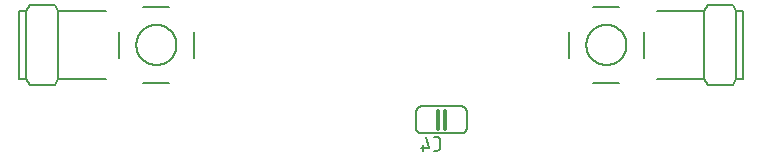
<source format=gbr>
G04 EAGLE Gerber RS-274X export*
G75*
%MOMM*%
%FSLAX34Y34*%
%LPD*%
%INSilkscreen Bottom*%
%IPPOS*%
%AMOC8*
5,1,8,0,0,1.08239X$1,22.5*%
G01*
%ADD10C,0.203200*%
%ADD11C,0.152400*%
%ADD12C,0.304800*%
%ADD13C,0.127000*%


D10*
X458900Y882400D02*
X480900Y882400D01*
X501900Y903400D02*
X501900Y925400D01*
X480900Y946400D02*
X458900Y946400D01*
X437900Y925400D02*
X437900Y903400D01*
X512900Y885400D02*
X552900Y885400D01*
X555900Y880400D01*
X576900Y880400D02*
X579900Y885400D01*
X585900Y885400D01*
X585900Y943400D01*
X576900Y880400D02*
X555900Y880400D01*
X552900Y943400D02*
X512900Y943400D01*
X552900Y943400D02*
X555900Y948400D01*
X576900Y948400D02*
X579900Y943400D01*
X585900Y943400D01*
X576900Y948400D02*
X555900Y948400D01*
X579900Y943400D02*
X579900Y885400D01*
X552900Y885400D02*
X552900Y943400D01*
X452900Y914400D02*
X452905Y914817D01*
X452920Y915234D01*
X452946Y915651D01*
X452982Y916066D01*
X453028Y916481D01*
X453084Y916894D01*
X453150Y917306D01*
X453227Y917717D01*
X453313Y918125D01*
X453409Y918531D01*
X453516Y918934D01*
X453632Y919335D01*
X453758Y919733D01*
X453894Y920127D01*
X454039Y920518D01*
X454194Y920906D01*
X454358Y921289D01*
X454532Y921668D01*
X454715Y922043D01*
X454907Y922414D01*
X455109Y922779D01*
X455319Y923140D01*
X455537Y923495D01*
X455765Y923845D01*
X456001Y924189D01*
X456245Y924527D01*
X456498Y924859D01*
X456759Y925185D01*
X457027Y925504D01*
X457304Y925817D01*
X457588Y926122D01*
X457879Y926421D01*
X458178Y926712D01*
X458483Y926996D01*
X458796Y927273D01*
X459115Y927541D01*
X459441Y927802D01*
X459773Y928055D01*
X460111Y928299D01*
X460455Y928535D01*
X460805Y928763D01*
X461160Y928981D01*
X461521Y929191D01*
X461886Y929393D01*
X462257Y929585D01*
X462632Y929768D01*
X463011Y929942D01*
X463394Y930106D01*
X463782Y930261D01*
X464173Y930406D01*
X464567Y930542D01*
X464965Y930668D01*
X465366Y930784D01*
X465769Y930891D01*
X466175Y930987D01*
X466583Y931073D01*
X466994Y931150D01*
X467406Y931216D01*
X467819Y931272D01*
X468234Y931318D01*
X468649Y931354D01*
X469066Y931380D01*
X469483Y931395D01*
X469900Y931400D01*
X470317Y931395D01*
X470734Y931380D01*
X471151Y931354D01*
X471566Y931318D01*
X471981Y931272D01*
X472394Y931216D01*
X472806Y931150D01*
X473217Y931073D01*
X473625Y930987D01*
X474031Y930891D01*
X474434Y930784D01*
X474835Y930668D01*
X475233Y930542D01*
X475627Y930406D01*
X476018Y930261D01*
X476406Y930106D01*
X476789Y929942D01*
X477168Y929768D01*
X477543Y929585D01*
X477914Y929393D01*
X478279Y929191D01*
X478640Y928981D01*
X478995Y928763D01*
X479345Y928535D01*
X479689Y928299D01*
X480027Y928055D01*
X480359Y927802D01*
X480685Y927541D01*
X481004Y927273D01*
X481317Y926996D01*
X481622Y926712D01*
X481921Y926421D01*
X482212Y926122D01*
X482496Y925817D01*
X482773Y925504D01*
X483041Y925185D01*
X483302Y924859D01*
X483555Y924527D01*
X483799Y924189D01*
X484035Y923845D01*
X484263Y923495D01*
X484481Y923140D01*
X484691Y922779D01*
X484893Y922414D01*
X485085Y922043D01*
X485268Y921668D01*
X485442Y921289D01*
X485606Y920906D01*
X485761Y920518D01*
X485906Y920127D01*
X486042Y919733D01*
X486168Y919335D01*
X486284Y918934D01*
X486391Y918531D01*
X486487Y918125D01*
X486573Y917717D01*
X486650Y917306D01*
X486716Y916894D01*
X486772Y916481D01*
X486818Y916066D01*
X486854Y915651D01*
X486880Y915234D01*
X486895Y914817D01*
X486900Y914400D01*
X486895Y913983D01*
X486880Y913566D01*
X486854Y913149D01*
X486818Y912734D01*
X486772Y912319D01*
X486716Y911906D01*
X486650Y911494D01*
X486573Y911083D01*
X486487Y910675D01*
X486391Y910269D01*
X486284Y909866D01*
X486168Y909465D01*
X486042Y909067D01*
X485906Y908673D01*
X485761Y908282D01*
X485606Y907894D01*
X485442Y907511D01*
X485268Y907132D01*
X485085Y906757D01*
X484893Y906386D01*
X484691Y906021D01*
X484481Y905660D01*
X484263Y905305D01*
X484035Y904955D01*
X483799Y904611D01*
X483555Y904273D01*
X483302Y903941D01*
X483041Y903615D01*
X482773Y903296D01*
X482496Y902983D01*
X482212Y902678D01*
X481921Y902379D01*
X481622Y902088D01*
X481317Y901804D01*
X481004Y901527D01*
X480685Y901259D01*
X480359Y900998D01*
X480027Y900745D01*
X479689Y900501D01*
X479345Y900265D01*
X478995Y900037D01*
X478640Y899819D01*
X478279Y899609D01*
X477914Y899407D01*
X477543Y899215D01*
X477168Y899032D01*
X476789Y898858D01*
X476406Y898694D01*
X476018Y898539D01*
X475627Y898394D01*
X475233Y898258D01*
X474835Y898132D01*
X474434Y898016D01*
X474031Y897909D01*
X473625Y897813D01*
X473217Y897727D01*
X472806Y897650D01*
X472394Y897584D01*
X471981Y897528D01*
X471566Y897482D01*
X471151Y897446D01*
X470734Y897420D01*
X470317Y897405D01*
X469900Y897400D01*
X469483Y897405D01*
X469066Y897420D01*
X468649Y897446D01*
X468234Y897482D01*
X467819Y897528D01*
X467406Y897584D01*
X466994Y897650D01*
X466583Y897727D01*
X466175Y897813D01*
X465769Y897909D01*
X465366Y898016D01*
X464965Y898132D01*
X464567Y898258D01*
X464173Y898394D01*
X463782Y898539D01*
X463394Y898694D01*
X463011Y898858D01*
X462632Y899032D01*
X462257Y899215D01*
X461886Y899407D01*
X461521Y899609D01*
X461160Y899819D01*
X460805Y900037D01*
X460455Y900265D01*
X460111Y900501D01*
X459773Y900745D01*
X459441Y900998D01*
X459115Y901259D01*
X458796Y901527D01*
X458483Y901804D01*
X458178Y902088D01*
X457879Y902379D01*
X457588Y902678D01*
X457304Y902983D01*
X457027Y903296D01*
X456759Y903615D01*
X456498Y903941D01*
X456245Y904273D01*
X456001Y904611D01*
X455765Y904955D01*
X455537Y905305D01*
X455319Y905660D01*
X455109Y906021D01*
X454907Y906386D01*
X454715Y906757D01*
X454532Y907132D01*
X454358Y907511D01*
X454194Y907894D01*
X454039Y908282D01*
X453894Y908673D01*
X453758Y909067D01*
X453632Y909465D01*
X453516Y909866D01*
X453409Y910269D01*
X453313Y910675D01*
X453227Y911083D01*
X453150Y911494D01*
X453084Y911906D01*
X453028Y912319D01*
X452982Y912734D01*
X452946Y913149D01*
X452920Y913566D01*
X452905Y913983D01*
X452900Y914400D01*
X99900Y946400D02*
X77900Y946400D01*
X56900Y925400D02*
X56900Y903400D01*
X77900Y882400D02*
X99900Y882400D01*
X120900Y903400D02*
X120900Y925400D01*
X45900Y943400D02*
X5900Y943400D01*
X2900Y948400D01*
X-18100Y948400D02*
X-21100Y943400D01*
X-27100Y943400D01*
X-27100Y885400D01*
X-18100Y948400D02*
X2900Y948400D01*
X5900Y885400D02*
X45900Y885400D01*
X5900Y885400D02*
X2900Y880400D01*
X-18100Y880400D02*
X-21100Y885400D01*
X-27100Y885400D01*
X-18100Y880400D02*
X2900Y880400D01*
X-21100Y885400D02*
X-21100Y943400D01*
X5900Y943400D02*
X5900Y885400D01*
X71900Y914400D02*
X71905Y914817D01*
X71920Y915234D01*
X71946Y915651D01*
X71982Y916066D01*
X72028Y916481D01*
X72084Y916894D01*
X72150Y917306D01*
X72227Y917717D01*
X72313Y918125D01*
X72409Y918531D01*
X72516Y918934D01*
X72632Y919335D01*
X72758Y919733D01*
X72894Y920127D01*
X73039Y920518D01*
X73194Y920906D01*
X73358Y921289D01*
X73532Y921668D01*
X73715Y922043D01*
X73907Y922414D01*
X74109Y922779D01*
X74319Y923140D01*
X74537Y923495D01*
X74765Y923845D01*
X75001Y924189D01*
X75245Y924527D01*
X75498Y924859D01*
X75759Y925185D01*
X76027Y925504D01*
X76304Y925817D01*
X76588Y926122D01*
X76879Y926421D01*
X77178Y926712D01*
X77483Y926996D01*
X77796Y927273D01*
X78115Y927541D01*
X78441Y927802D01*
X78773Y928055D01*
X79111Y928299D01*
X79455Y928535D01*
X79805Y928763D01*
X80160Y928981D01*
X80521Y929191D01*
X80886Y929393D01*
X81257Y929585D01*
X81632Y929768D01*
X82011Y929942D01*
X82394Y930106D01*
X82782Y930261D01*
X83173Y930406D01*
X83567Y930542D01*
X83965Y930668D01*
X84366Y930784D01*
X84769Y930891D01*
X85175Y930987D01*
X85583Y931073D01*
X85994Y931150D01*
X86406Y931216D01*
X86819Y931272D01*
X87234Y931318D01*
X87649Y931354D01*
X88066Y931380D01*
X88483Y931395D01*
X88900Y931400D01*
X89317Y931395D01*
X89734Y931380D01*
X90151Y931354D01*
X90566Y931318D01*
X90981Y931272D01*
X91394Y931216D01*
X91806Y931150D01*
X92217Y931073D01*
X92625Y930987D01*
X93031Y930891D01*
X93434Y930784D01*
X93835Y930668D01*
X94233Y930542D01*
X94627Y930406D01*
X95018Y930261D01*
X95406Y930106D01*
X95789Y929942D01*
X96168Y929768D01*
X96543Y929585D01*
X96914Y929393D01*
X97279Y929191D01*
X97640Y928981D01*
X97995Y928763D01*
X98345Y928535D01*
X98689Y928299D01*
X99027Y928055D01*
X99359Y927802D01*
X99685Y927541D01*
X100004Y927273D01*
X100317Y926996D01*
X100622Y926712D01*
X100921Y926421D01*
X101212Y926122D01*
X101496Y925817D01*
X101773Y925504D01*
X102041Y925185D01*
X102302Y924859D01*
X102555Y924527D01*
X102799Y924189D01*
X103035Y923845D01*
X103263Y923495D01*
X103481Y923140D01*
X103691Y922779D01*
X103893Y922414D01*
X104085Y922043D01*
X104268Y921668D01*
X104442Y921289D01*
X104606Y920906D01*
X104761Y920518D01*
X104906Y920127D01*
X105042Y919733D01*
X105168Y919335D01*
X105284Y918934D01*
X105391Y918531D01*
X105487Y918125D01*
X105573Y917717D01*
X105650Y917306D01*
X105716Y916894D01*
X105772Y916481D01*
X105818Y916066D01*
X105854Y915651D01*
X105880Y915234D01*
X105895Y914817D01*
X105900Y914400D01*
X105895Y913983D01*
X105880Y913566D01*
X105854Y913149D01*
X105818Y912734D01*
X105772Y912319D01*
X105716Y911906D01*
X105650Y911494D01*
X105573Y911083D01*
X105487Y910675D01*
X105391Y910269D01*
X105284Y909866D01*
X105168Y909465D01*
X105042Y909067D01*
X104906Y908673D01*
X104761Y908282D01*
X104606Y907894D01*
X104442Y907511D01*
X104268Y907132D01*
X104085Y906757D01*
X103893Y906386D01*
X103691Y906021D01*
X103481Y905660D01*
X103263Y905305D01*
X103035Y904955D01*
X102799Y904611D01*
X102555Y904273D01*
X102302Y903941D01*
X102041Y903615D01*
X101773Y903296D01*
X101496Y902983D01*
X101212Y902678D01*
X100921Y902379D01*
X100622Y902088D01*
X100317Y901804D01*
X100004Y901527D01*
X99685Y901259D01*
X99359Y900998D01*
X99027Y900745D01*
X98689Y900501D01*
X98345Y900265D01*
X97995Y900037D01*
X97640Y899819D01*
X97279Y899609D01*
X96914Y899407D01*
X96543Y899215D01*
X96168Y899032D01*
X95789Y898858D01*
X95406Y898694D01*
X95018Y898539D01*
X94627Y898394D01*
X94233Y898258D01*
X93835Y898132D01*
X93434Y898016D01*
X93031Y897909D01*
X92625Y897813D01*
X92217Y897727D01*
X91806Y897650D01*
X91394Y897584D01*
X90981Y897528D01*
X90566Y897482D01*
X90151Y897446D01*
X89734Y897420D01*
X89317Y897405D01*
X88900Y897400D01*
X88483Y897405D01*
X88066Y897420D01*
X87649Y897446D01*
X87234Y897482D01*
X86819Y897528D01*
X86406Y897584D01*
X85994Y897650D01*
X85583Y897727D01*
X85175Y897813D01*
X84769Y897909D01*
X84366Y898016D01*
X83965Y898132D01*
X83567Y898258D01*
X83173Y898394D01*
X82782Y898539D01*
X82394Y898694D01*
X82011Y898858D01*
X81632Y899032D01*
X81257Y899215D01*
X80886Y899407D01*
X80521Y899609D01*
X80160Y899819D01*
X79805Y900037D01*
X79455Y900265D01*
X79111Y900501D01*
X78773Y900745D01*
X78441Y900998D01*
X78115Y901259D01*
X77796Y901527D01*
X77483Y901804D01*
X77178Y902088D01*
X76879Y902379D01*
X76588Y902678D01*
X76304Y902983D01*
X76027Y903296D01*
X75759Y903615D01*
X75498Y903941D01*
X75245Y904273D01*
X75001Y904611D01*
X74765Y904955D01*
X74537Y905305D01*
X74319Y905660D01*
X74109Y906021D01*
X73907Y906386D01*
X73715Y906757D01*
X73532Y907132D01*
X73358Y907511D01*
X73194Y907894D01*
X73039Y908282D01*
X72894Y908673D01*
X72758Y909067D01*
X72632Y909465D01*
X72516Y909866D01*
X72409Y910269D01*
X72313Y910675D01*
X72227Y911083D01*
X72150Y911494D01*
X72084Y911906D01*
X72028Y912319D01*
X71982Y912734D01*
X71946Y913149D01*
X71920Y913566D01*
X71905Y913983D01*
X71900Y914400D01*
D11*
X308610Y857250D02*
X308610Y844550D01*
X308612Y844410D01*
X308618Y844270D01*
X308627Y844130D01*
X308641Y843991D01*
X308658Y843852D01*
X308679Y843714D01*
X308704Y843576D01*
X308733Y843439D01*
X308765Y843303D01*
X308802Y843168D01*
X308842Y843034D01*
X308885Y842901D01*
X308933Y842769D01*
X308983Y842638D01*
X309038Y842509D01*
X309096Y842382D01*
X309157Y842256D01*
X309222Y842132D01*
X309291Y842010D01*
X309362Y841890D01*
X309437Y841772D01*
X309515Y841655D01*
X309597Y841541D01*
X309681Y841430D01*
X309769Y841321D01*
X309859Y841214D01*
X309953Y841109D01*
X310049Y841008D01*
X310148Y840909D01*
X310249Y840813D01*
X310354Y840719D01*
X310461Y840629D01*
X310570Y840541D01*
X310681Y840457D01*
X310795Y840375D01*
X310912Y840297D01*
X311030Y840222D01*
X311150Y840151D01*
X311272Y840082D01*
X311396Y840017D01*
X311522Y839956D01*
X311649Y839898D01*
X311778Y839843D01*
X311909Y839793D01*
X312041Y839745D01*
X312174Y839702D01*
X312308Y839662D01*
X312443Y839625D01*
X312579Y839593D01*
X312716Y839564D01*
X312854Y839539D01*
X312992Y839518D01*
X313131Y839501D01*
X313270Y839487D01*
X313410Y839478D01*
X313550Y839472D01*
X313690Y839470D01*
X308610Y857250D02*
X308612Y857390D01*
X308618Y857530D01*
X308627Y857670D01*
X308641Y857809D01*
X308658Y857948D01*
X308679Y858086D01*
X308704Y858224D01*
X308733Y858361D01*
X308765Y858497D01*
X308802Y858632D01*
X308842Y858766D01*
X308885Y858899D01*
X308933Y859031D01*
X308983Y859162D01*
X309038Y859291D01*
X309096Y859418D01*
X309157Y859544D01*
X309222Y859668D01*
X309291Y859790D01*
X309362Y859910D01*
X309437Y860028D01*
X309515Y860145D01*
X309597Y860259D01*
X309681Y860370D01*
X309769Y860479D01*
X309859Y860586D01*
X309953Y860691D01*
X310049Y860792D01*
X310148Y860891D01*
X310249Y860987D01*
X310354Y861081D01*
X310461Y861171D01*
X310570Y861259D01*
X310681Y861343D01*
X310795Y861425D01*
X310912Y861503D01*
X311030Y861578D01*
X311150Y861649D01*
X311272Y861718D01*
X311396Y861783D01*
X311522Y861844D01*
X311649Y861902D01*
X311778Y861957D01*
X311909Y862007D01*
X312041Y862055D01*
X312174Y862098D01*
X312308Y862138D01*
X312443Y862175D01*
X312579Y862207D01*
X312716Y862236D01*
X312854Y862261D01*
X312992Y862282D01*
X313131Y862299D01*
X313270Y862313D01*
X313410Y862322D01*
X313550Y862328D01*
X313690Y862330D01*
X313690Y839470D02*
X346710Y839470D01*
X351790Y844550D02*
X351790Y857250D01*
X346710Y862330D02*
X313690Y862330D01*
X346710Y839470D02*
X346850Y839472D01*
X346990Y839478D01*
X347130Y839487D01*
X347269Y839501D01*
X347408Y839518D01*
X347546Y839539D01*
X347684Y839564D01*
X347821Y839593D01*
X347957Y839625D01*
X348092Y839662D01*
X348226Y839702D01*
X348359Y839745D01*
X348491Y839793D01*
X348622Y839843D01*
X348751Y839898D01*
X348878Y839956D01*
X349004Y840017D01*
X349128Y840082D01*
X349250Y840151D01*
X349370Y840222D01*
X349488Y840297D01*
X349605Y840375D01*
X349719Y840457D01*
X349830Y840541D01*
X349939Y840629D01*
X350046Y840719D01*
X350151Y840813D01*
X350252Y840909D01*
X350351Y841008D01*
X350447Y841109D01*
X350541Y841214D01*
X350631Y841321D01*
X350719Y841430D01*
X350803Y841541D01*
X350885Y841655D01*
X350963Y841772D01*
X351038Y841890D01*
X351109Y842010D01*
X351178Y842132D01*
X351243Y842256D01*
X351304Y842382D01*
X351362Y842509D01*
X351417Y842638D01*
X351467Y842769D01*
X351515Y842901D01*
X351558Y843034D01*
X351598Y843168D01*
X351635Y843303D01*
X351667Y843439D01*
X351696Y843576D01*
X351721Y843714D01*
X351742Y843852D01*
X351759Y843991D01*
X351773Y844130D01*
X351782Y844270D01*
X351788Y844410D01*
X351790Y844550D01*
X351790Y857250D02*
X351788Y857390D01*
X351782Y857530D01*
X351773Y857670D01*
X351759Y857809D01*
X351742Y857948D01*
X351721Y858086D01*
X351696Y858224D01*
X351667Y858361D01*
X351635Y858497D01*
X351598Y858632D01*
X351558Y858766D01*
X351515Y858899D01*
X351467Y859031D01*
X351417Y859162D01*
X351362Y859291D01*
X351304Y859418D01*
X351243Y859544D01*
X351178Y859668D01*
X351109Y859790D01*
X351038Y859910D01*
X350963Y860028D01*
X350885Y860145D01*
X350803Y860259D01*
X350719Y860370D01*
X350631Y860479D01*
X350541Y860586D01*
X350447Y860691D01*
X350351Y860792D01*
X350252Y860891D01*
X350151Y860987D01*
X350046Y861081D01*
X349939Y861171D01*
X349830Y861259D01*
X349719Y861343D01*
X349605Y861425D01*
X349488Y861503D01*
X349370Y861578D01*
X349250Y861649D01*
X349128Y861718D01*
X349004Y861783D01*
X348878Y861844D01*
X348751Y861902D01*
X348622Y861957D01*
X348491Y862007D01*
X348359Y862055D01*
X348226Y862098D01*
X348092Y862138D01*
X347957Y862175D01*
X347821Y862207D01*
X347684Y862236D01*
X347546Y862261D01*
X347408Y862282D01*
X347269Y862299D01*
X347130Y862313D01*
X346990Y862322D01*
X346850Y862328D01*
X346710Y862330D01*
D12*
X327152Y858520D02*
X327152Y843280D01*
X333502Y843280D02*
X333502Y858520D01*
D13*
X326427Y824865D02*
X323887Y824865D01*
X326427Y824865D02*
X326527Y824867D01*
X326626Y824873D01*
X326726Y824883D01*
X326824Y824896D01*
X326923Y824914D01*
X327020Y824935D01*
X327116Y824960D01*
X327212Y824989D01*
X327306Y825022D01*
X327399Y825058D01*
X327490Y825098D01*
X327580Y825142D01*
X327668Y825189D01*
X327754Y825239D01*
X327838Y825293D01*
X327920Y825350D01*
X327999Y825410D01*
X328077Y825474D01*
X328151Y825540D01*
X328223Y825609D01*
X328292Y825681D01*
X328358Y825755D01*
X328422Y825833D01*
X328482Y825912D01*
X328539Y825994D01*
X328593Y826078D01*
X328643Y826164D01*
X328690Y826252D01*
X328734Y826342D01*
X328774Y826433D01*
X328810Y826526D01*
X328843Y826620D01*
X328872Y826716D01*
X328897Y826812D01*
X328918Y826909D01*
X328936Y827008D01*
X328949Y827106D01*
X328959Y827206D01*
X328965Y827305D01*
X328967Y827405D01*
X328967Y833755D01*
X328965Y833855D01*
X328959Y833954D01*
X328949Y834054D01*
X328936Y834152D01*
X328918Y834251D01*
X328897Y834348D01*
X328872Y834444D01*
X328843Y834540D01*
X328810Y834634D01*
X328774Y834727D01*
X328734Y834818D01*
X328690Y834908D01*
X328643Y834996D01*
X328593Y835082D01*
X328539Y835166D01*
X328482Y835248D01*
X328422Y835327D01*
X328358Y835405D01*
X328292Y835479D01*
X328223Y835551D01*
X328151Y835620D01*
X328077Y835686D01*
X327999Y835750D01*
X327920Y835810D01*
X327838Y835867D01*
X327754Y835921D01*
X327668Y835971D01*
X327580Y836018D01*
X327490Y836062D01*
X327399Y836102D01*
X327306Y836138D01*
X327212Y836171D01*
X327116Y836200D01*
X327020Y836225D01*
X326923Y836246D01*
X326824Y836264D01*
X326726Y836277D01*
X326626Y836287D01*
X326527Y836293D01*
X326427Y836295D01*
X323887Y836295D01*
X316865Y836295D02*
X319405Y827405D01*
X313055Y827405D01*
X314960Y829945D02*
X314960Y824865D01*
M02*

</source>
